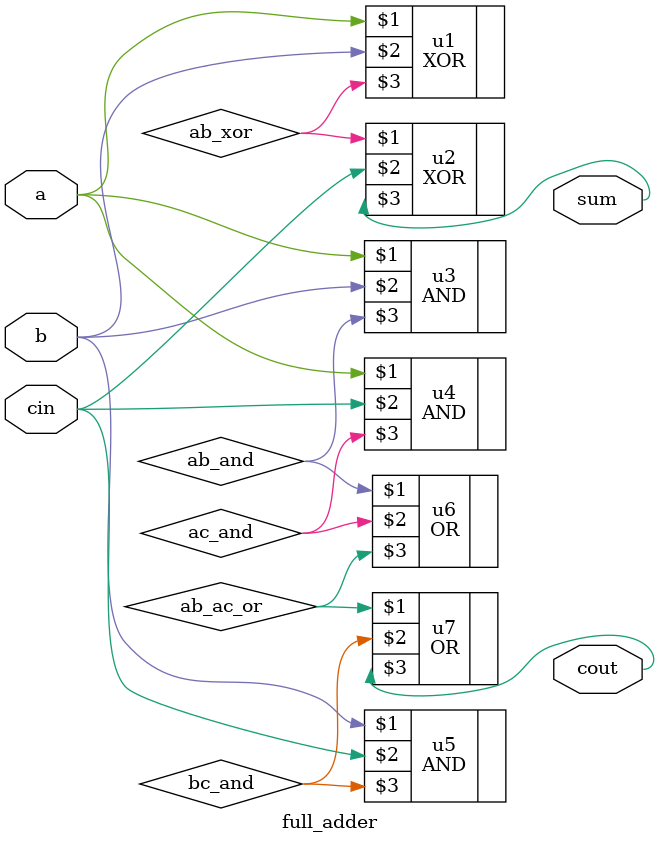
<source format=sv>

module full_adder(a, b, cin, sum, cout);
  input logic a, b, cin;
  output logic sum, cout;

  logic ab_xor, ab_and, ac_and, bc_and, ab_ac_or;

  // Sum logic: sum = a ^ b ^ cin
  XOR u1(a, b, ab_xor);
  XOR u2(ab_xor, cin, sum);

  // Carry out logic: cout = (a & b) | (a & cin) | (b & cin)
  AND u3(a, b, ab_and);
  AND u4(a, cin, ac_and);
  AND u5(b, cin, bc_and);
  OR u6(ab_and, ac_and, ab_ac_or);
  OR u7(ab_ac_or, bc_and, cout);
endmodule
</source>
